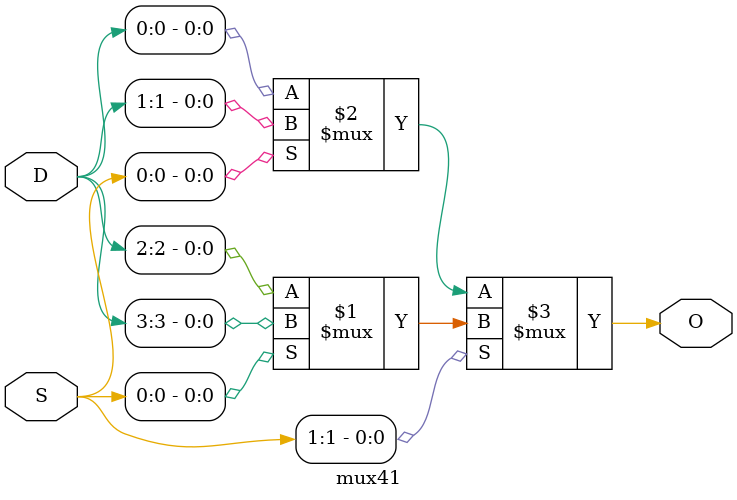
<source format=v>
module DFF_SR(S,R,clock,reset,Q,QB);
    input S,R,clock,reset;
    output Q,QB;
    //declaring of wires
    wire w;
    //instantiation of lower modules
    mux41 m1({Q,0,1,Q},{S,R},w);
    DFF d1(w,clock,reset,Q,QB);
endmodule

//second imp submodule
module DFF(D,clock,reset,Q,QB);
    input D,clock,reset;
    output reg Q,QB;
     
    always@(posedge clock , negedge reset)
    begin
    //working of asynchronous active low reset
        if(~reset)
            begin
                Q=0;QB=1;
            end
        else
    //otherwise normal working of D flip flop
            begin
                Q=D;
                QB=~Q;
            end
    end
endmodule
//a simple 4x1 mux using terenary logic
module mux41(
    input [3:0] D,
    input [1:0] S,
    output O
    );
    //combinational implementation of 4:1 logic
    assign O=S[1]? (S[0] ? D[3]:D[2] ):(S[0] ? D[1]:D[0] );
endmodule

</source>
